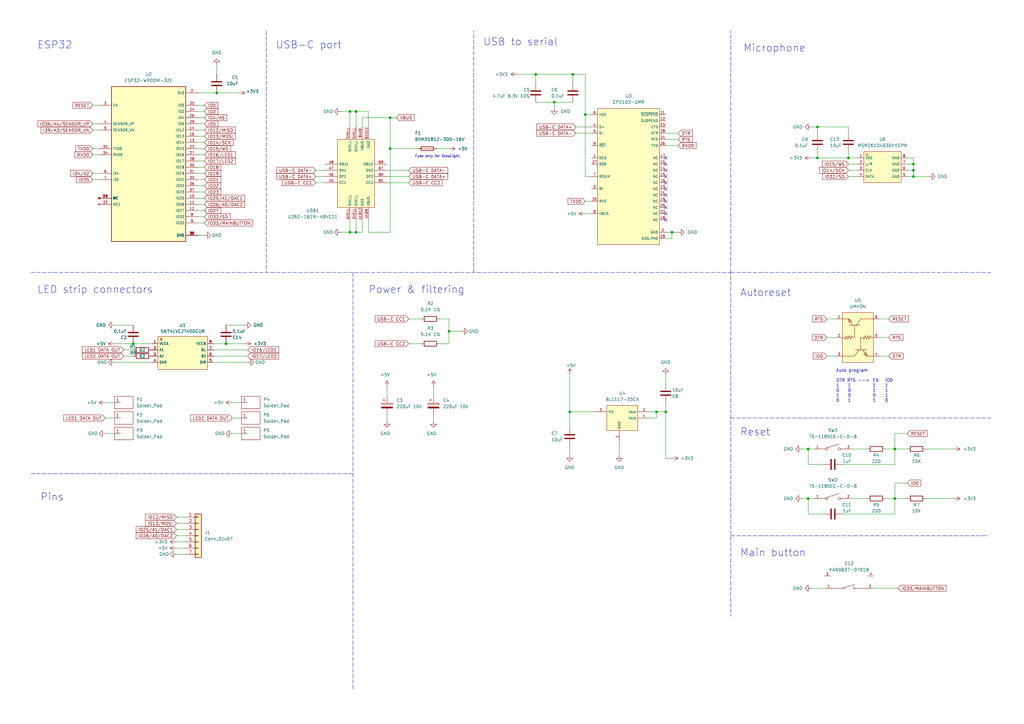
<source format=kicad_sch>
(kicad_sch (version 20211123) (generator eeschema)
  (paper "A3")
  (junction (at 273.05 168.91))
  (junction (at 374.65 69.85))
  (junction (at 143.51 45.72))
  (junction (at 335.28 52.07))
  (junction (at 234.95 30.48))
  (junction (at 331.47 204.47))
  (junction (at 240.03 46.99))
  (junction (at 146.05 95.25))
  (junction (at 269.24 168.91))
  (junction (at 92.71 140.97))
  (junction (at 335.28 64.77))
  (junction (at 88.9 38.1))
  (junction (at 184.15 135.89))
  (junction (at 374.65 72.39))
  (junction (at 219.71 30.48))
  (junction (at 347.98 64.77))
  (junction (at 367.03 204.47))
  (junction (at 143.51 95.25))
  (junction (at 367.03 184.15))
  (junction (at 275.59 95.25))
  (junction (at 54.61 140.97))
  (junction (at 160.02 48.26))
  (junction (at 160.02 60.96))
  (junction (at 374.65 67.31))
  (junction (at 233.68 168.91))
  (junction (at 331.47 184.15))
  (junction (at 146.05 45.72))
  (junction (at 227.33 41.91))
  (no_connect (at 273.05 87.63))
  (no_connect (at 273.05 67.31))
  (no_connect (at 273.05 85.09))
  (no_connect (at 273.05 82.55))
  (no_connect (at 273.05 80.01))
  (no_connect (at 273.05 77.47))
  (no_connect (at 273.05 90.17))
  (no_connect (at 273.05 64.77))
  (no_connect (at 273.05 69.85))
  (no_connect (at 273.05 72.39))
  (no_connect (at 273.05 74.93))
  (wire (pts (xy 355.6 184.15) (xy 349.25 184.15)))
  (wire (pts (xy 331.47 210.82) (xy 331.47 204.47)))
  (wire (pts (xy 184.15 135.89) (xy 189.23 135.89)))
  (wire (pts (xy 374.65 64.77) (xy 374.65 67.31)))
  (wire (pts (xy 72.39 224.79) (xy 76.2 224.79)))
  (wire (pts (xy 54.61 140.97) (xy 62.23 140.97)))
  (wire (pts (xy 273.05 97.79) (xy 275.59 97.79)))
  (wire (pts (xy 167.64 140.97) (xy 172.72 140.97)))
  (wire (pts (xy 43.18 171.45) (xy 46.99 171.45)))
  (wire (pts (xy 177.8 170.18) (xy 177.8 172.72)))
  (wire (pts (xy 367.03 184.15) (xy 367.03 177.8)))
  (wire (pts (xy 358.14 241.3) (xy 368.3 241.3)))
  (wire (pts (xy 372.11 184.15) (xy 367.03 184.15)))
  (wire (pts (xy 83.82 48.26) (xy 81.28 48.26)))
  (wire (pts (xy 88.9 26.67) (xy 88.9 30.48)))
  (wire (pts (xy 367.03 177.8) (xy 372.11 177.8)))
  (wire (pts (xy 83.82 53.34) (xy 81.28 53.34)))
  (wire (pts (xy 148.59 52.07) (xy 148.59 48.26)))
  (wire (pts (xy 151.13 95.25) (xy 160.02 95.25)))
  (wire (pts (xy 331.47 204.47) (xy 334.01 204.47)))
  (wire (pts (xy 328.93 184.15) (xy 331.47 184.15)))
  (wire (pts (xy 148.59 95.25) (xy 146.05 95.25)))
  (wire (pts (xy 367.03 204.47) (xy 367.03 210.82)))
  (wire (pts (xy 266.7 171.45) (xy 269.24 171.45)))
  (wire (pts (xy 275.59 97.79) (xy 275.59 95.25)))
  (wire (pts (xy 367.03 190.5) (xy 345.44 190.5)))
  (wire (pts (xy 179.07 60.96) (xy 184.15 60.96)))
  (wire (pts (xy 273.05 168.91) (xy 273.05 165.1)))
  (polyline (pts (xy 144.78 111.76) (xy 144.78 283.21)))
  (polyline (pts (xy 194.31 111.76) (xy 194.31 12.7)))
  (wire (pts (xy 133.35 74.93) (xy 129.54 74.93)))
  (wire (pts (xy 180.34 140.97) (xy 184.15 140.97)))
  (wire (pts (xy 347.98 72.39) (xy 351.79 72.39)))
  (wire (pts (xy 335.28 64.77) (xy 332.74 64.77)))
  (wire (pts (xy 38.1 73.66) (xy 40.64 73.66)))
  (wire (pts (xy 83.82 63.5) (xy 81.28 63.5)))
  (wire (pts (xy 331.47 184.15) (xy 334.01 184.15)))
  (wire (pts (xy 339.09 130.81) (xy 342.9 130.81)))
  (wire (pts (xy 43.18 177.8) (xy 46.99 177.8)))
  (wire (pts (xy 160.02 48.26) (xy 160.02 60.96)))
  (wire (pts (xy 72.39 214.63) (xy 76.2 214.63)))
  (wire (pts (xy 160.02 60.96) (xy 160.02 95.25)))
  (wire (pts (xy 339.09 138.43) (xy 342.9 138.43)))
  (wire (pts (xy 367.03 210.82) (xy 345.44 210.82)))
  (wire (pts (xy 38.1 63.5) (xy 40.64 63.5)))
  (wire (pts (xy 273.05 95.25) (xy 275.59 95.25)))
  (wire (pts (xy 360.68 138.43) (xy 364.49 138.43)))
  (wire (pts (xy 266.7 168.91) (xy 269.24 168.91)))
  (wire (pts (xy 367.03 198.12) (xy 372.11 198.12)))
  (wire (pts (xy 146.05 90.17) (xy 146.05 95.25)))
  (wire (pts (xy 240.03 82.55) (xy 242.57 82.55)))
  (wire (pts (xy 240.03 87.63) (xy 242.57 87.63)))
  (wire (pts (xy 83.82 86.36) (xy 81.28 86.36)))
  (wire (pts (xy 328.93 204.47) (xy 331.47 204.47)))
  (wire (pts (xy 171.45 60.96) (xy 160.02 60.96)))
  (wire (pts (xy 81.28 38.1) (xy 88.9 38.1)))
  (polyline (pts (xy 109.22 12.7) (xy 109.22 111.76)))
  (wire (pts (xy 46.99 148.59) (xy 62.23 148.59)))
  (wire (pts (xy 83.82 66.04) (xy 81.28 66.04)))
  (wire (pts (xy 374.65 69.85) (xy 374.65 72.39)))
  (wire (pts (xy 367.03 204.47) (xy 367.03 198.12)))
  (wire (pts (xy 72.39 219.71) (xy 76.2 219.71)))
  (wire (pts (xy 347.98 64.77) (xy 351.79 64.77)))
  (wire (pts (xy 240.03 46.99) (xy 242.57 46.99)))
  (wire (pts (xy 43.18 165.1) (xy 46.99 165.1)))
  (wire (pts (xy 83.82 43.18) (xy 81.28 43.18)))
  (wire (pts (xy 212.09 30.48) (xy 219.71 30.48)))
  (wire (pts (xy 233.68 153.67) (xy 233.68 168.91)))
  (wire (pts (xy 87.63 148.59) (xy 101.6 148.59)))
  (wire (pts (xy 219.71 41.91) (xy 227.33 41.91)))
  (wire (pts (xy 372.11 69.85) (xy 374.65 69.85)))
  (wire (pts (xy 83.82 68.58) (xy 81.28 68.58)))
  (polyline (pts (xy 299.72 111.76) (xy 299.72 12.7)))
  (wire (pts (xy 337.82 210.82) (xy 331.47 210.82)))
  (wire (pts (xy 335.28 62.23) (xy 335.28 64.77)))
  (wire (pts (xy 158.75 74.93) (xy 167.64 74.93)))
  (wire (pts (xy 72.39 217.17) (xy 76.2 217.17)))
  (wire (pts (xy 151.13 90.17) (xy 151.13 95.25)))
  (wire (pts (xy 158.75 69.85) (xy 167.64 69.85)))
  (wire (pts (xy 148.59 90.17) (xy 148.59 95.25)))
  (wire (pts (xy 151.13 45.72) (xy 146.05 45.72)))
  (wire (pts (xy 95.25 171.45) (xy 99.06 171.45)))
  (wire (pts (xy 337.82 190.5) (xy 331.47 190.5)))
  (wire (pts (xy 88.9 38.1) (xy 97.79 38.1)))
  (wire (pts (xy 38.1 60.96) (xy 40.64 60.96)))
  (wire (pts (xy 143.51 45.72) (xy 143.51 52.07)))
  (wire (pts (xy 379.73 184.15) (xy 391.16 184.15)))
  (wire (pts (xy 360.68 130.81) (xy 364.49 130.81)))
  (wire (pts (xy 240.03 30.48) (xy 240.03 46.99)))
  (wire (pts (xy 139.7 45.72) (xy 143.51 45.72)))
  (wire (pts (xy 227.33 41.91) (xy 227.33 44.45)))
  (wire (pts (xy 273.05 168.91) (xy 273.05 187.96)))
  (wire (pts (xy 234.95 30.48) (xy 234.95 34.29)))
  (wire (pts (xy 83.82 83.82) (xy 81.28 83.82)))
  (wire (pts (xy 339.09 146.05) (xy 342.9 146.05)))
  (wire (pts (xy 72.39 227.33) (xy 76.2 227.33)))
  (wire (pts (xy 83.82 71.12) (xy 81.28 71.12)))
  (wire (pts (xy 83.82 81.28) (xy 81.28 81.28)))
  (wire (pts (xy 38.1 53.34) (xy 40.64 53.34)))
  (wire (pts (xy 92.71 133.35) (xy 100.33 133.35)))
  (polyline (pts (xy 12.7 111.76) (xy 299.72 111.76)))
  (wire (pts (xy 177.8 158.75) (xy 177.8 162.56)))
  (wire (pts (xy 167.64 130.81) (xy 172.72 130.81)))
  (wire (pts (xy 236.22 52.07) (xy 242.57 52.07)))
  (wire (pts (xy 331.47 190.5) (xy 331.47 184.15)))
  (wire (pts (xy 129.54 72.39) (xy 133.35 72.39)))
  (wire (pts (xy 233.68 182.88) (xy 233.68 186.69)))
  (wire (pts (xy 143.51 90.17) (xy 143.51 95.25)))
  (wire (pts (xy 50.8 143.51) (xy 54.61 143.51)))
  (wire (pts (xy 87.63 143.51) (xy 101.6 143.51)))
  (wire (pts (xy 332.74 241.3) (xy 338.582 241.3)))
  (wire (pts (xy 335.28 64.77) (xy 347.98 64.77)))
  (wire (pts (xy 335.28 52.07) (xy 347.98 52.07)))
  (wire (pts (xy 372.11 67.31) (xy 374.65 67.31)))
  (polyline (pts (xy 12.7 194.31) (xy 144.78 194.31)))
  (wire (pts (xy 227.33 41.91) (xy 234.95 41.91)))
  (wire (pts (xy 372.11 64.77) (xy 374.65 64.77)))
  (wire (pts (xy 275.59 95.25) (xy 278.13 95.25)))
  (wire (pts (xy 363.22 184.15) (xy 367.03 184.15)))
  (wire (pts (xy 38.1 50.8) (xy 40.64 50.8)))
  (wire (pts (xy 269.24 168.91) (xy 273.05 168.91)))
  (wire (pts (xy 233.68 168.91) (xy 243.84 168.91)))
  (wire (pts (xy 374.65 72.39) (xy 381 72.39)))
  (wire (pts (xy 151.13 52.07) (xy 151.13 45.72)))
  (wire (pts (xy 273.05 157.48) (xy 273.05 153.67)))
  (wire (pts (xy 360.68 146.05) (xy 364.49 146.05)))
  (wire (pts (xy 158.75 72.39) (xy 167.64 72.39)))
  (wire (pts (xy 50.8 146.05) (xy 54.61 146.05)))
  (wire (pts (xy 129.54 69.85) (xy 133.35 69.85)))
  (polyline (pts (xy 299.72 111.76) (xy 406.4 111.76)))
  (wire (pts (xy 87.63 146.05) (xy 101.6 146.05)))
  (wire (pts (xy 234.95 30.48) (xy 240.03 30.48)))
  (wire (pts (xy 83.82 60.96) (xy 81.28 60.96)))
  (wire (pts (xy 46.99 140.97) (xy 54.61 140.97)))
  (wire (pts (xy 184.15 135.89) (xy 184.15 140.97)))
  (wire (pts (xy 146.05 52.07) (xy 146.05 45.72)))
  (wire (pts (xy 347.98 54.61) (xy 347.98 52.07)))
  (wire (pts (xy 95.25 165.1) (xy 99.06 165.1)))
  (polyline (pts (xy 299.72 171.45) (xy 406.4 171.45)))
  (wire (pts (xy 180.34 130.81) (xy 184.15 130.81)))
  (polyline (pts (xy 299.72 219.71) (xy 405.13 219.71)))
  (wire (pts (xy 347.98 67.31) (xy 351.79 67.31)))
  (wire (pts (xy 38.1 71.12) (xy 40.64 71.12)))
  (wire (pts (xy 273.05 57.15) (xy 278.13 57.15)))
  (wire (pts (xy 72.39 212.09) (xy 76.2 212.09)))
  (wire (pts (xy 83.82 45.72) (xy 81.28 45.72)))
  (wire (pts (xy 83.82 91.44) (xy 81.28 91.44)))
  (wire (pts (xy 372.11 72.39) (xy 374.65 72.39)))
  (wire (pts (xy 72.39 222.25) (xy 76.2 222.25)))
  (wire (pts (xy 83.82 55.88) (xy 81.28 55.88)))
  (wire (pts (xy 87.63 140.97) (xy 92.71 140.97)))
  (wire (pts (xy 347.98 62.23) (xy 347.98 64.77)))
  (wire (pts (xy 273.05 54.61) (xy 278.13 54.61)))
  (wire (pts (xy 219.71 30.48) (xy 234.95 30.48)))
  (wire (pts (xy 92.71 140.97) (xy 100.33 140.97)))
  (wire (pts (xy 363.22 204.47) (xy 367.03 204.47)))
  (wire (pts (xy 242.57 72.39) (xy 240.03 72.39)))
  (wire (pts (xy 347.98 69.85) (xy 351.79 69.85)))
  (wire (pts (xy 367.03 184.15) (xy 367.03 190.5)))
  (wire (pts (xy 146.05 45.72) (xy 143.51 45.72)))
  (wire (pts (xy 83.82 58.42) (xy 81.28 58.42)))
  (wire (pts (xy 83.82 96.52) (xy 81.28 96.52)))
  (wire (pts (xy 335.28 52.07) (xy 332.74 52.07)))
  (wire (pts (xy 379.73 204.47) (xy 391.16 204.47)))
  (polyline (pts (xy 299.72 187.96) (xy 299.72 252.73)))
  (wire (pts (xy 273.05 59.69) (xy 278.13 59.69)))
  (wire (pts (xy 355.6 204.47) (xy 349.25 204.47)))
  (wire (pts (xy 158.75 158.75) (xy 158.75 162.56)))
  (wire (pts (xy 219.71 30.48) (xy 219.71 34.29)))
  (wire (pts (xy 254 181.61) (xy 254 186.69)))
  (wire (pts (xy 240.03 72.39) (xy 240.03 46.99)))
  (wire (pts (xy 54.61 133.35) (xy 46.99 133.35)))
  (wire (pts (xy 184.15 130.81) (xy 184.15 135.89)))
  (wire (pts (xy 146.05 95.25) (xy 143.51 95.25)))
  (wire (pts (xy 83.82 73.66) (xy 81.28 73.66)))
  (wire (pts (xy 95.25 177.8) (xy 99.06 177.8)))
  (wire (pts (xy 148.59 48.26) (xy 160.02 48.26)))
  (wire (pts (xy 273.05 187.96) (xy 275.59 187.96)))
  (wire (pts (xy 83.82 76.2) (xy 81.28 76.2)))
  (wire (pts (xy 160.02 48.26) (xy 162.56 48.26)))
  (wire (pts (xy 83.82 50.8) (xy 81.28 50.8)))
  (wire (pts (xy 143.51 95.25) (xy 139.7 95.25)))
  (wire (pts (xy 83.82 88.9) (xy 81.28 88.9)))
  (wire (pts (xy 38.1 43.18) (xy 40.64 43.18)))
  (wire (pts (xy 236.22 54.61) (xy 242.57 54.61)))
  (wire (pts (xy 233.68 175.26) (xy 233.68 168.91)))
  (wire (pts (xy 374.65 67.31) (xy 374.65 69.85)))
  (wire (pts (xy 158.75 170.18) (xy 158.75 172.72)))
  (wire (pts (xy 372.11 204.47) (xy 367.03 204.47)))
  (polyline (pts (xy 299.72 187.96) (xy 299.72 111.76)))
  (wire (pts (xy 83.82 78.74) (xy 81.28 78.74)))
  (wire (pts (xy 269.24 171.45) (xy 269.24 168.91)))
  (wire (pts (xy 335.28 54.61) (xy 335.28 52.07)))
  (text "Main button" (at 303.53 228.6 0) (effects (font (size 3 3)) (justify left bottom)))
  (text "Pins" (at 16.51 205.74 0) (effects (font (size 3 3)) (justify left bottom)))
  (text "Fuse only for GlowLight." (at 170.18 64.77 0) (effects (font (size 1 1)) (justify left bottom)))
  (text "USB-C port" (at 113.03 20.32 0) (effects (font (size 3 3)) (justify left bottom)))
  (text "Autoreset" (at 303.53 121.92 0) (effects (font (size 3 3)) (justify left bottom)))
  (text "Power & filtering" (at 151.13 120.65 0) (effects (font (size 3 3)) (justify left bottom)))
  (text "Microphone" (at 304.8 21.59 0) (effects (font (size 3 3)) (justify left bottom)))
  (text "USB to serial" (at 198.12 19.05 0) (effects (font (size 3 3)) (justify left bottom)))
  (text "Auto program\n\nDTR RTS -->	EN 	IO0\n1	1		1	1\n0	0		1	1\n1	0		0	1\n0	1		1	0" (at 342.9 165.1 0) (effects (font (size 1.27 1.27)) (justify left bottom)))
  (text "Reset" (at 303.53 179.07 0) (effects (font (size 3 3)) (justify left bottom)))
  (text "LED strip connectors" (at 15.24 120.6499 0) (effects (font (size 3 3)) (justify left bottom)))
  (text "ESP32" (at 15.24 20.32 0) (effects (font (size 3 3)) (justify left bottom)))
  (global_label "IO26{slash}A0{slash}DAC2" (shape input) (at 72.39 219.71 180) (property "Intersheet References" "${INTERSHEET_REFS}" (effects hide)))
  (global_label "IO0" (shape input) (at 339.09 146.05 180) (property "Intersheet References" "${INTERSHEET_REFS}" (effects hide)))
  (global_label "USB-C DATA+" (shape input) (at 236.22 52.07 180) (property "Intersheet References" "${INTERSHEET_REFS}" (effects hide)))
  (global_label "USB-C DATA-" (shape input) (at 236.22 54.61 180) (property "Intersheet References" "${INTERSHEET_REFS}" (effects hide)))
  (global_label "IO15{slash}WS" (shape input) (at 347.98 67.31 180) (property "Intersheet References" "${INTERSHEET_REFS}" (effects hide)))
  (global_label "IO13{slash}MOSI" (shape input) (at 72.39 214.63 180) (property "Intersheet References" "${INTERSHEET_REFS}" (effects hide)))
  (global_label "USB-C CC1" (shape input) (at 167.64 130.81 180) (property "Intersheet References" "${INTERSHEET_REFS}" (effects hide)))
  (global_label "IO21" (shape input) (at 83.82 73.66 0) (property "Intersheet References" "${INTERSHEET_REFS}" (effects hide)))
  (global_label "IO25{slash}A1{slash}DAC1" (shape input) (at 83.82 81.28 0) (property "Intersheet References" "${INTERSHEET_REFS}" (effects hide)))
  (global_label "RESET" (shape input) (at 38.1 43.18 180) (property "Intersheet References" "${INTERSHEET_REFS}" (effects hide)))
  (global_label "LED1 DATA OUT" (shape input) (at 43.18 171.45 180) (property "Intersheet References" "${INTERSHEET_REFS}" (effects hide)))
  (global_label "IO23" (shape input) (at 83.82 78.74 0) (property "Intersheet References" "${INTERSHEET_REFS}" (effects hide)))
  (global_label "IO12{slash}MISO" (shape input) (at 72.39 212.09 180) (property "Intersheet References" "${INTERSHEET_REFS}" (effects hide)))
  (global_label "IO14{slash}SCK" (shape input) (at 83.82 58.42 0) (property "Intersheet References" "${INTERSHEET_REFS}" (effects hide)))
  (global_label "IO16{slash}LED1" (shape input) (at 83.82 63.5 0) (property "Intersheet References" "${INTERSHEET_REFS}" (effects hide)))
  (global_label "I39{slash}A3{slash}SENSOR_VN" (shape input) (at 38.1 53.34 180) (property "Intersheet References" "${INTERSHEET_REFS}" (effects hide)))
  (global_label "IO14{slash}SCK" (shape input) (at 347.98 69.85 180) (property "Intersheet References" "${INTERSHEET_REFS}" (effects hide)))
  (global_label "TXD0" (shape input) (at 240.03 82.55 180) (property "Intersheet References" "${INTERSHEET_REFS}" (effects hide)))
  (global_label "IO13{slash}MOSI" (shape input) (at 83.82 55.88 0) (property "Intersheet References" "${INTERSHEET_REFS}" (effects hide)))
  (global_label "IO5" (shape input) (at 83.82 50.8 0) (property "Intersheet References" "${INTERSHEET_REFS}" (effects hide)))
  (global_label "DTR" (shape input) (at 278.13 54.61 0) (property "Intersheet References" "${INTERSHEET_REFS}" (effects hide)))
  (global_label "USB-C DATA+" (shape input) (at 129.54 72.39 180) (property "Intersheet References" "${INTERSHEET_REFS}" (effects hide)))
  (global_label "IO33{slash}MAINBUTTON" (shape input) (at 368.3 241.3 0) (property "Intersheet References" "${INTERSHEET_REFS}" (effects hide)))
  (global_label "RXD0" (shape input) (at 38.1 63.5 180) (property "Intersheet References" "${INTERSHEET_REFS}" (effects hide)))
  (global_label "IO33{slash}MAINBUTTON" (shape input) (at 83.82 91.44 0) (property "Intersheet References" "${INTERSHEET_REFS}" (effects hide)))
  (global_label "USB-C CC1" (shape input) (at 129.54 74.93 180) (property "Intersheet References" "${INTERSHEET_REFS}" (effects hide)))
  (global_label "USB-C CC2" (shape input) (at 167.64 140.97 180) (property "Intersheet References" "${INTERSHEET_REFS}" (effects hide)))
  (global_label "IO0" (shape input) (at 372.11 198.12 0) (property "Intersheet References" "${INTERSHEET_REFS}" (effects hide)))
  (global_label "RESET" (shape input) (at 372.11 177.8 0) (property "Intersheet References" "${INTERSHEET_REFS}" (effects hide)))
  (global_label "TXD0" (shape input) (at 38.1 60.96 180) (property "Intersheet References" "${INTERSHEET_REFS}" (effects hide)))
  (global_label "RTS" (shape input) (at 278.13 57.15 0) (property "Intersheet References" "${INTERSHEET_REFS}" (effects hide)))
  (global_label "LED2 DATA OUT" (shape input) (at 95.25 171.45 180) (property "Intersheet References" "${INTERSHEET_REFS}" (effects hide)))
  (global_label "IO35" (shape input) (at 38.1 73.66 180) (property "Intersheet References" "${INTERSHEET_REFS}" (effects hide)))
  (global_label "RTS" (shape input) (at 339.09 130.81 180) (property "Intersheet References" "${INTERSHEET_REFS}" (effects hide)))
  (global_label "DTR" (shape input) (at 364.49 146.05 0) (property "Intersheet References" "${INTERSHEET_REFS}" (effects hide)))
  (global_label "IO36{slash}A4{slash}SENSOR_VP" (shape input) (at 38.1 50.8 180) (property "Intersheet References" "${INTERSHEET_REFS}" (effects hide)))
  (global_label "IO12{slash}MISO" (shape input) (at 83.82 53.34 0) (property "Intersheet References" "${INTERSHEET_REFS}" (effects hide)))
  (global_label "IO19" (shape input) (at 83.82 71.12 0) (property "Intersheet References" "${INTERSHEET_REFS}" (effects hide)))
  (global_label "USB-C CC2" (shape input) (at 167.64 74.93 0) (property "Intersheet References" "${INTERSHEET_REFS}" (effects hide)))
  (global_label "USB-C DATA-" (shape input) (at 167.64 69.85 0) (property "Intersheet References" "${INTERSHEET_REFS}" (effects hide)))
  (global_label "RXD0" (shape input) (at 278.13 59.69 0) (property "Intersheet References" "${INTERSHEET_REFS}" (effects hide)))
  (global_label "IO17{slash}LED2" (shape input) (at 83.82 66.04 0) (property "Intersheet References" "${INTERSHEET_REFS}" (effects hide)))
  (global_label "RTS" (shape input) (at 364.49 138.43 0) (property "Intersheet References" "${INTERSHEET_REFS}" (effects hide)))
  (global_label "IO26{slash}A0{slash}DAC2" (shape input) (at 83.82 83.82 0) (property "Intersheet References" "${INTERSHEET_REFS}" (effects hide)))
  (global_label "IO25{slash}A1{slash}DAC1" (shape input) (at 72.39 217.17 180) (property "Intersheet References" "${INTERSHEET_REFS}" (effects hide)))
  (global_label "IO2" (shape input) (at 83.82 45.72 0) (property "Intersheet References" "${INTERSHEET_REFS}" (effects hide)))
  (global_label "IO4{slash}A5" (shape input) (at 83.82 48.26 0) (property "Intersheet References" "${INTERSHEET_REFS}" (effects hide)))
  (global_label "IO17{slash}LED2" (shape input) (at 101.6 146.05 0) (property "Intersheet References" "${INTERSHEET_REFS}" (effects hide)))
  (global_label "LED2 DATA OUT" (shape input) (at 50.8 146.05 180) (property "Intersheet References" "${INTERSHEET_REFS}" (effects hide)))
  (global_label "USB-C DATA+" (shape input) (at 167.64 72.39 0) (property "Intersheet References" "${INTERSHEET_REFS}" (effects hide)))
  (global_label "IO27" (shape input) (at 83.82 86.36 0) (property "Intersheet References" "${INTERSHEET_REFS}" (effects hide)))
  (global_label "I34{slash}A2" (shape input) (at 38.1 71.12 180) (property "Intersheet References" "${INTERSHEET_REFS}" (effects hide)))
  (global_label "IO32{slash}SD" (shape input) (at 83.82 88.9 0) (property "Intersheet References" "${INTERSHEET_REFS}" (effects hide)))
  (global_label "IO0" (shape input) (at 83.82 43.18 0) (property "Intersheet References" "${INTERSHEET_REFS}" (effects hide)))
  (global_label "USB-C DATA-" (shape input) (at 129.54 69.85 180) (property "Intersheet References" "${INTERSHEET_REFS}" (effects hide)))
  (global_label "RESET" (shape input) (at 364.49 130.81 0) (property "Intersheet References" "${INTERSHEET_REFS}" (effects hide)))
  (global_label "LED1 DATA OUT" (shape input) (at 50.8 143.51 180) (property "Intersheet References" "${INTERSHEET_REFS}" (effects hide)))
  (global_label "VBUS" (shape input) (at 162.56 48.26 0) (property "Intersheet References" "${INTERSHEET_REFS}" (effects hide)))
  (global_label "IO16{slash}LED1" (shape input) (at 101.6 143.51 0) (property "Intersheet References" "${INTERSHEET_REFS}" (effects hide)))
  (global_label "IO15{slash}WS" (shape input) (at 83.82 60.96 0) (property "Intersheet References" "${INTERSHEET_REFS}" (effects hide)))
  (global_label "IO22" (shape input) (at 83.82 76.2 0) (property "Intersheet References" "${INTERSHEET_REFS}" (effects hide)))
  (global_label "DTR" (shape input) (at 339.09 138.43 180) (property "Intersheet References" "${INTERSHEET_REFS}" (effects hide)))
  (global_label "IO18" (shape input) (at 83.82 68.58 0) (property "Intersheet References" "${INTERSHEET_REFS}" (effects hide)))
  (global_label "IO32{slash}SD" (shape input) (at 347.98 72.39 180) (property "Intersheet References" "${INTERSHEET_REFS}" (effects hide)))
  (symbol (lib_id "Device:10uF 0603") (at 341.63 210.82 270) (unit 1)
    (property "Reference" "C11" (at 349.25 207.01 90) (effects (justify right)))
    (property "Value" "1uF" (at 349.25 209.55 90) (effects (justify right)))
    (property "Footprint" "Capacitor_SMD:C_0603_1608Metric_Pad1.08x0.95mm_HandSolder" (effects hide))
    (property "LCSC Part #" "C15849" (effects hide))
  )
  (symbol (lib_id "Device:C") (at 54.61 137.16 180) (unit 1)
    (property "Reference" "C2" (at 52.07 138.43 0) (effects (justify left)))
    (property "Value" "0.1uF" (at 52.07 135.89 0) (effects (justify left)))
    (property "Footprint" "Capacitor_SMD:C_0603_1608Metric_Pad1.08x0.95mm_HandSolder" (effects hide))
    (property "LCSC #" "C14663" (effects hide))
  )
  (symbol (lib_id "Device:C") (at 219.71 38.1 180) (unit 1)
    (property "Reference" "C5" (at 214.63 36.83 0) (effects (justify right)))
    (property "Value" "4.7uF 6.3V 10%" (at 201.93 39.37 0) (effects (justify right)))
    (property "Footprint" "Capacitor_SMD:C_0603_1608Metric_Pad1.08x0.95mm_HandSolder" (effects hide))
    (property "LCSC #" "C19666" (effects hide))
  )
  (symbol (lib_id "power:GND") (at 332.74 52.07 270) (mirror x) (unit 1)
    (property "Reference" "#PWR0127" (effects hide))
    (property "Value" "GND" (at 325.12 52.07 90) (effects (justify left)))
  )
  (symbol (lib_id "Device:10uF 0603") (at 233.68 179.07 180) (unit 1)
    (property "Reference" "C7" (at 226.06 177.8 0) (effects (justify right)))
    (property "Value" "10uF" (at 226.06 180.34 0) (effects (justify right)))
    (property "Footprint" "Capacitor_SMD:C_0603_1608Metric_Pad1.08x0.95mm_HandSolder" (effects hide))
    (property "LCSC Part #" "C19702" (effects hide))
  )
  (symbol (lib_id "power:+5V") (at 95.25 165.1 90) (unit 1)
    (property "Reference" "#PWR0139" (effects hide))
    (property "Value" "+5V" (at 87.63 165.1 90) (effects (justify right)))
  )
  (symbol (lib_id "Device:10uF 0603") (at 273.05 161.29 0) (mirror y) (unit 1)
    (property "Reference" "C8" (at 275.59 162.56 0) (effects (justify right)))
    (property "Value" "10uF" (at 275.59 160.02 0) (effects (justify right)))
    (property "Footprint" "Capacitor_SMD:C_0603_1608Metric_Pad1.08x0.95mm_HandSolder" (effects hide))
    (property "LCSC Part #" "C19702" (effects hide))
  )
  (symbol (lib_id "Device:5.1K 1% 0603") (at 176.53 140.97 270) (unit 1)
    (property "Reference" "R3" (at 176.53 134.62 90))
    (property "Value" "5.1K 1%" (at 176.53 137.16 90))
    (property "Footprint" "Resistor_SMD:R_0603_1608Metric_Pad0.98x0.95mm_HandSolder" (effects hide))
    (property "LCSC Part #" "C23186" (effects hide))
  )
  (symbol (lib_id "MyParts:CP2102-GMR") (at 257.81 69.85 0) (unit 1)
    (property "Reference" "U3" (at 257.81 39.37 0))
    (property "Value" "CP2102-GMR" (at 257.81 41.91 0))
    (property "Footprint" "footprint:QFN-28_L5.0-W5.0-P0.50-BL-EP" (effects hide))
    (property "Datasheet" "https://item.szlcsc.com/2242757.html" (effects hide))
    (property "LCSC #" "C6568" (effects hide))
  )
  (symbol (lib_id "power:+5V") (at 158.75 158.75 0) (unit 1)
    (property "Reference" "#PWR0107" (effects hide))
    (property "Value" "+5V" (at 160.02 153.67 0) (effects (justify right)))
  )
  (symbol (lib_id "Device:0.1uF 0603") (at 347.98 58.42 0) (mirror y) (unit 1)
    (property "Reference" "C13" (at 340.36 57.15 0) (effects (justify right)))
    (property "Value" "10uF" (at 340.36 59.69 0) (effects (justify right)))
    (property "Footprint" "Capacitor_SMD:C_0603_1608Metric_Pad1.08x0.95mm_HandSolder" (effects hide))
    (property "Datasheet" "https://datasheet.lcsc.com/lcsc/2006111737_AVX-06035C104K4Z2A_C597194.pdf" (effects hide))
    (property "Manufacturer" " AVX" (effects hide))
    (property "LCSC Part #" "C597194" (effects hide))
    (property "Package" "0603" (effects hide))
    (property "Description" "50V 100nF X7R ±10% 0603 Multilayer Ceramic Capacitors MLCC - SMD/SMT ROHS" (effects hide))
    (property "50+" "€0.0171" (effects hide))
    (property "500+" "€0.0141" (effects hide))
    (property "1500+" "€0.0119" (effects hide))
    (property "LCSC link" "https://lcsc.com/product-detail/Multilayer-Ceramic-Capacitors-MLCC-SMD-SMT_AVX-06035C104K4Z2A_C597194.html" (effects hide))
    (property "Mfr. Part #" "06035C104K4Z2A" (effects hide))
  )
  (symbol (lib_id "MyParts:ESP32-WROOM-32E") (at 60.96 64.77 0) (unit 1)
    (property "Reference" "U2" (at 60.96 30.48 0))
    (property "Value" "ESP32-WROOM-32E" (at 60.96 33.02 0))
    (property "Footprint" "footprint:WIFI-SMD_ESP32-WROOM-32E" (effects hide))
    (property "Datasheet" "https://item.szlcsc.com/736350.html?ref=editor&logined=true" (effects hide))
    (property "LCSC #" "C701341" (effects hide))
  )
  (symbol (lib_id "LCSC:Solder_Pad") (at 99.06 171.45 0) (unit 1) (in_bom no)
    (property "Reference" "P6" (at 107.95 170.1799 0) (effects (justify left)))
    (property "Value" "Solder_Pad" (at 107.95 172.7199 0) (effects (justify left)))
    (property "Footprint" "footprint:Solder pad" (effects hide))
  )
  (symbol (lib_id "power:+3.3V") (at 332.74 64.77 90) (mirror x) (unit 1)
    (property "Reference" "#PWR0126" (effects hide))
    (property "Value" "+3.3V" (at 326.39 64.77 90))
  )
  (symbol (lib_id "power:+3.3V") (at 212.09 30.48 90) (unit 1)
    (property "Reference" "#PWR0101" (effects hide))
    (property "Value" "+3.3V" (at 208.28 30.4801 90) (effects (justify left)))
  )
  (symbol (lib_id "MyParts:BL1117-33CX") (at 255.27 160.02 0) (unit 1)
    (property "Reference" "U4" (at 255.27 161.29 0))
    (property "Value" "BL1117-33CX" (at 255.27 163.83 0))
    (property "Footprint" "footprint:SOT-223-4_L6.5-W3.5-P2.30-LS7.0-BR" (effects hide))
    (property "Datasheet" "https://item.szlcsc.com/84517.html" (effects hide))
    (property "LCSC #" "C5400" (effects hide))
  )
  (symbol (lib_id "power:+3.3V") (at 391.16 204.47 270) (unit 1)
    (property "Reference" "#PWR0128" (effects hide))
    (property "Value" "+3.3V" (at 394.97 204.4699 90) (effects (justify left)))
  )
  (symbol (lib_id "power:+3.3V") (at 100.33 140.97 270) (unit 1)
    (property "Reference" "#PWR0115" (effects hide))
    (property "Value" "+3.3V" (at 109.22 140.97 90) (effects (justify right)))
  )
  (symbol (lib_id "power:GND") (at 189.23 135.89 90) (unit 1)
    (property "Reference" "#PWR0105" (effects hide))
    (property "Value" "GND" (at 194.31 135.89 90))
  )
  (symbol (lib_id "Device:10K 0603") (at 359.41 184.15 90) (unit 1)
    (property "Reference" "R4" (at 359.41 186.69 90))
    (property "Value" "220" (at 359.41 189.23 90))
    (property "Footprint" "Resistor_SMD:R_0603_1608Metric_Pad0.98x0.95mm_HandSolder" (effects hide))
    (property "LCSC Part #" "C22962" (effects hide))
  )
  (symbol (lib_id "Device:C") (at 92.71 137.16 0) (mirror x) (unit 1)
    (property "Reference" "C14" (at 95.25 138.43 0) (effects (justify left)))
    (property "Value" "0.1uF" (at 95.25 135.89 0) (effects (justify left)))
    (property "Footprint" "Capacitor_SMD:C_0603_1608Metric_Pad1.08x0.95mm_HandSolder" (effects hide))
    (property "LCSC #" "C14663" (effects hide))
  )
  (symbol (lib_id "power:GND") (at 328.93 204.47 270) (mirror x) (unit 1)
    (property "Reference" "#PWR0132" (effects hide))
    (property "Value" "GND" (at 321.31 204.47 90) (effects (justify left)))
  )
  (symbol (lib_id "Device:R") (at 58.42 143.51 270) (unit 1)
    (property "Reference" "R1" (at 54.61 142.24 90))
    (property "Value" "62" (at 58.42 143.51 90))
    (property "Footprint" "Resistor_SMD:R_0603_1608Metric_Pad0.98x0.95mm_HandSolder" (effects hide))
    (property "LCSC #" "C177352" (effects hide))
  )
  (symbol (lib_id "Device:10uF 0603") (at 88.9 34.29 0) (unit 1)
    (property "Reference" "C1" (at 97.79 31.75 0) (effects (justify right)))
    (property "Value" "10uF" (at 97.79 34.29 0) (effects (justify right)))
    (property "Footprint" "Capacitor_SMD:C_0603_1608Metric_Pad1.08x0.95mm_HandSolder" (effects hide))
    (property "LCSC Part #" "C19702" (effects hide))
  )
  (symbol (lib_name "MSM261D4030H1CPM_1") (lib_id "MyParts:MSM261D4030H1CPM") (at 361.95 55.88 0) (unit 1)
    (property "Reference" "U6" (at 361.95 57.15 0))
    (property "Value" "MSM261D4030H1CPM" (at 361.95 59.69 0))
    (property "Footprint" "footprint:MIC-SMD_8P-L3.0-W4.0-P0.85-BL" (effects hide))
    (property "Datasheet" "https://atta.szlcsc.com/upload/public/pdf/source/20200507/C498193_601A241680C737E3284FC323631F83F4.pdf" (effects hide))
    (property "LCSC #" "C966942" (effects hide))
  )
  (symbol (lib_id "power:GND") (at 381 72.39 90) (mirror x) (unit 1)
    (property "Reference" "#PWR0123" (effects hide))
    (property "Value" "GND" (at 388.62 72.39 90) (effects (justify left)))
  )
  (symbol (lib_id "power:GND") (at 46.99 133.35 270) (mirror x) (unit 1)
    (property "Reference" "#PWR0110" (effects hide))
    (property "Value" "GND" (at 39.37 133.35 90) (effects (justify left)))
  )
  (symbol (lib_id "power:GND") (at 139.7 45.72 270) (unit 1)
    (property "Reference" "#PWR0119" (effects hide))
    (property "Value" "GND" (at 134.62 45.72 90))
  )
  (symbol (lib_id "power:GND") (at 100.33 133.35 90) (unit 1)
    (property "Reference" "#PWR0114" (effects hide))
    (property "Value" "GND" (at 107.95 133.35 90) (effects (justify left)))
  )
  (symbol (lib_id "Device:10K 0603") (at 359.41 204.47 90) (unit 1)
    (property "Reference" "R5" (at 359.41 207.01 90))
    (property "Value" "220" (at 359.41 209.55 90))
    (property "Footprint" "Resistor_SMD:R_0603_1608Metric_Pad0.98x0.95mm_HandSolder" (effects hide))
    (property "LCSC Part #" "C22962" (effects hide))
  )
  (symbol (lib_id "power:GND") (at 46.99 148.59 270) (mirror x) (unit 1)
    (property "Reference" "#PWR0108" (effects hide))
    (property "Value" "GND" (at 41.91 148.59 90))
  )
  (symbol (lib_id "power:GND") (at 227.33 44.45 0) (unit 1)
    (property "Reference" "#PWR0121" (effects hide))
    (property "Value" "GND" (at 229.87 45.7199 0) (effects (justify left)))
  )
  (symbol (lib_id "power:GND") (at 139.7 95.25 270) (unit 1)
    (property "Reference" "#PWR0118" (effects hide))
    (property "Value" "GND" (at 134.62 95.25 90))
  )
  (symbol (lib_id "power:GND") (at 273.05 153.67 0) (mirror x) (unit 1)
    (property "Reference" "#PWR0134" (effects hide))
    (property "Value" "GND" (at 273.05 148.59 0))
  )
  (symbol (lib_name "SN74LVC2T45DCUR_1") (lib_id "MyParts:SN74LVC2T45DCUR") (at 74.93 125.73 0) (unit 1)
    (property "Reference" "U1" (at 74.93 133.35 0))
    (property "Value" "SN74LVC2T45DCUR" (at 74.93 135.89 0))
    (property "Footprint" "footprint:VSSOP-8_L2.4-W2.1-P0.50-LS3.2-BR" (effects hide))
    (property "Datasheet" "https://item.szlcsc.com/61761.html" (effects hide))
    (property "LCSC #" "C15741" (effects hide))
  )
  (symbol (lib_id "Device:10K 0603") (at 375.92 204.47 90) (unit 1)
    (property "Reference" "R7" (at 375.92 207.01 90))
    (property "Value" "10K" (at 375.92 209.55 90))
    (property "Footprint" "Resistor_SMD:R_0603_1608Metric_Pad0.98x0.95mm_HandSolder" (effects hide))
    (property "LCSC Part #" "C25804" (effects hide))
  )
  (symbol (lib_id "Device:R") (at 58.42 146.05 270) (unit 1)
    (property "Reference" "R8" (at 54.61 144.78 90))
    (property "Value" "62" (at 58.42 146.05 90))
    (property "Footprint" "Resistor_SMD:R_0603_1608Metric_Pad0.98x0.95mm_HandSolder" (effects hide))
    (property "LCSC #" "C177352" (effects hide))
  )
  (symbol (lib_id "power:GND") (at 328.93 184.15 270) (mirror x) (unit 1)
    (property "Reference" "#PWR0131" (effects hide))
    (property "Value" "GND" (at 321.31 184.15 90) (effects (justify left)))
  )
  (symbol (lib_id "Device:Fuse") (at 175.26 60.96 90) (unit 1)
    (property "Reference" "F1" (at 171.45 54.61 90))
    (property "Value" "BSMD1812-300-16V" (at 180.34 57.15 90))
    (property "Footprint" "Fuse:Fuse_1812_4532Metric_Pad1.30x3.40mm_HandSolder" (effects hide))
    (property "LCSC #" "C883162" (effects hide))
  )
  (symbol (lib_id "power:+5V") (at 43.18 165.1 90) (unit 1)
    (property "Reference" "#PWR0124" (effects hide))
    (property "Value" "+5V" (at 35.56 165.1 90) (effects (justify right)))
  )
  (symbol (lib_id "power:+3.3V") (at 391.16 184.15 270) (unit 1)
    (property "Reference" "#PWR0129" (effects hide))
    (property "Value" "+3.3V" (at 394.97 184.1499 90) (effects (justify left)))
  )
  (symbol (lib_id "power:+3.3V") (at 97.79 38.1 270) (unit 1)
    (property "Reference" "#PWR0116" (effects hide))
    (property "Value" "+3.3V" (at 103.505 37.465 90))
  )
  (symbol (lib_id "MyParts:UMH3N") (at 351.79 137.16 0) (unit 1)
    (property "Reference" "U5" (at 351.79 123.19 0))
    (property "Value" "UMH3N" (at 351.79 125.73 0))
    (property "Footprint" "footprint:SC-70-6_L2.2-W1.3-P0.65-LS2.1-BR" (effects hide))
    (property "Datasheet" "https://item.szlcsc.com/112963.html" (effects hide))
    (property "LCSC #" "C62892" (effects hide))
  )
  (symbol (lib_id "Device:0.1uF_0603") (at 234.95 38.1 0) (unit 1)
    (property "Reference" "C6" (at 226.06 36.83 0) (effects (justify left)))
    (property "Value" "0.1uF" (at 226.06 39.37 0) (effects (justify left)))
    (property "Footprint" "Capacitor_SMD:C_0603_1608Metric_Pad1.08x0.95mm_HandSolder" (effects hide))
    (property "LCSC Part #" "C14663" (effects hide))
  )
  (symbol (lib_id "Device:220uF 10V 6.3x5.4mm") (at 158.75 166.37 0) (unit 1)
    (property "Reference" "C3" (at 162.56 164.2109 0) (effects (justify left)))
    (property "Value" "220uF 10V" (at 162.56 166.7509 0) (effects (justify left)))
    (property "Footprint" "Capacitor_SMD:CP_Elec_6.3x5.4" (effects hide))
    (property "LCSC Part #" "C267466" (effects hide))
  )
  (symbol (lib_id "power:+3.3V") (at 275.59 187.96 270) (unit 1)
    (property "Reference" "#PWR0133" (effects hide))
    (property "Value" "+3.3V" (at 284.48 187.96 90) (effects (justify right)))
  )
  (symbol (lib_id "MyParts:TS-1185EC-C-D-B") (at 341.63 184.15 0) (unit 1)
    (property "Reference" "SW1" (at 341.63 176.53 0))
    (property "Value" "TS-1185EC-C-D-B" (at 341.63 179.07 0))
    (property "Footprint" "footprint:SW-SMD_4P-L3.7-W3.0-P1.50-LS4.7" (effects hide))
    (property "Datasheet" "https://item.szlcsc.com/299985.html" (effects hide))
    (property "LCSC #" "C318893" (effects hide))
  )
  (symbol (lib_id "LCSC:Solder_Pad") (at 46.99 177.8 0) (unit 1) (in_bom no)
    (property "Reference" "P3" (at 55.88 176.5299 0) (effects (justify left)))
    (property "Value" "Solder_Pad" (at 55.88 179.0699 0) (effects (justify left)))
    (property "Footprint" "footprint:Solder pad" (effects hide))
  )
  (symbol (lib_id "power:GND") (at 88.9 26.67 180) (unit 1)
    (property "Reference" "#PWR0117" (effects hide))
    (property "Value" "GND" (at 88.9 21.59 0))
  )
  (symbol (lib_id "power:GND") (at 101.6 148.59 90) (mirror x) (unit 1)
    (property "Reference" "#PWR0141" (effects hide))
    (property "Value" "GND" (at 106.68 148.59 90))
  )
  (symbol (lib_id "Device:5.1K 1% 0603") (at 176.53 130.81 270) (unit 1)
    (property "Reference" "R2" (at 176.53 124.46 90))
    (property "Value" "5.1K 1%" (at 176.53 127 90))
    (property "Footprint" "Resistor_SMD:R_0603_1608Metric_Pad0.98x0.95mm_HandSolder" (effects hide))
    (property "LCSC Part #" "C23186" (effects hide))
  )
  (symbol (lib_id "power:+5V") (at 72.39 224.79 90) (unit 1)
    (property "Reference" "#PWR0113" (effects hide))
    (property "Value" "+5V" (at 64.77 224.79 90) (effects (justify right)))
  )
  (symbol (lib_id "power:GND") (at 95.25 177.8 270) (unit 1)
    (property "Reference" "#PWR0140" (effects hide))
    (property "Value" "GND" (at 90.17 177.8 90))
  )
  (symbol (lib_id "power:GND") (at 254 186.69 0) (unit 1)
    (property "Reference" "#PWR0135" (effects hide))
    (property "Value" "GND" (at 254 191.77 0))
  )
  (symbol (lib_id "Device:0.1uF 0603") (at 335.28 58.42 0) (mirror y) (unit 1)
    (property "Reference" "C9" (at 331.47 57.1499 0) (effects (justify left)))
    (property "Value" "0.1uF" (at 331.47 59.6899 0) (effects (justify left)))
    (property "Footprint" "Capacitor_SMD:C_0603_1608Metric_Pad1.08x0.95mm_HandSolder" (effects hide))
    (property "Datasheet" "https://datasheet.lcsc.com/lcsc/2006111737_AVX-06035C104K4Z2A_C597194.pdf" (effects hide))
    (property "Manufacturer" " AVX" (effects hide))
    (property "LCSC Part #" "C597194" (effects hide))
    (property "Package" "0603" (effects hide))
    (property "Description" "50V 100nF X7R ±10% 0603 Multilayer Ceramic Capacitors MLCC - SMD/SMT ROHS" (effects hide))
    (property "50+" "€0.0171" (effects hide))
    (property "500+" "€0.0141" (effects hide))
    (property "1500+" "€0.0119" (effects hide))
    (property "LCSC link" "https://lcsc.com/product-detail/Multilayer-Ceramic-Capacitors-MLCC-SMD-SMT_AVX-06035C104K4Z2A_C597194.html" (effects hide))
    (property "Mfr. Part #" "06035C104K4Z2A" (effects hide))
  )
  (symbol (lib_id "power:+3.3V") (at 72.39 222.25 90) (unit 1)
    (property "Reference" "#PWR0112" (effects hide))
    (property "Value" "+3.3V" (at 66.04 222.25 90))
  )
  (symbol (lib_id "Device:220uF 10V 6.3x5.4mm") (at 177.8 166.37 0) (unit 1)
    (property "Reference" "C4" (at 181.61 164.2109 0) (effects (justify left)))
    (property "Value" "220uF 10V" (at 181.61 166.7509 0) (effects (justify left)))
    (property "Footprint" "Capacitor_SMD:CP_Elec_6.3x5.4" (effects hide))
    (property "LCSC Part #" "C267466" (effects hide))
  )
  (symbol (lib_id "power:GND") (at 233.68 186.69 0) (unit 1)
    (property "Reference" "#PWR0136" (effects hide))
    (property "Value" "GND" (at 233.68 191.77 0))
  )
  (symbol (lib_id "Device:10uF 0603") (at 341.63 190.5 270) (unit 1)
    (property "Reference" "C10" (at 349.25 186.69 90) (effects (justify right)))
    (property "Value" "1uF" (at 349.25 189.23 90) (effects (justify right)))
    (property "Footprint" "Capacitor_SMD:C_0603_1608Metric_Pad1.08x0.95mm_HandSolder" (effects hide))
    (property "Datasheet" "https://datasheet.lcsc.com/lcsc/2010151208_SANYEAR-C0603X5R106K250NT_C729457.pdf" (effects hide))
    (property "LCSC Part #" "C15849" (effects hide))
  )
  (symbol (lib_id "LCSC:Solder_Pad") (at 99.06 165.1 0) (unit 1) (in_bom no)
    (property "Reference" "P4" (at 107.95 163.8299 0) (effects (justify left)))
    (property "Value" "Solder_Pad" (at 107.95 166.3699 0) (effects (justify left)))
    (property "Footprint" "footprint:Solder pad" (effects hide))
  )
  (symbol (lib_id "power:GND") (at 83.82 96.52 90) (unit 1)
    (property "Reference" "#PWR0120" (effects hide))
    (property "Value" "GND" (at 88.9 96.52 90))
  )
  (symbol (lib_id "power:+5V") (at 177.8 158.75 0) (unit 1)
    (property "Reference" "#PWR0103" (effects hide))
    (property "Value" "+5V" (at 179.07 153.67 0) (effects (justify right)))
  )
  (symbol (lib_id "power:GND") (at 72.39 227.33 270) (unit 1)
    (property "Reference" "#PWR0111" (effects hide))
    (property "Value" "GND" (at 67.31 227.33 90))
  )
  (symbol (lib_id "LCSC:Solder_Pad") (at 99.06 177.8 0) (unit 1) (in_bom no)
    (property "Reference" "P5" (at 107.95 176.5299 0) (effects (justify left)))
    (property "Value" "Solder_Pad" (at 107.95 179.0699 0) (effects (justify left)))
    (property "Footprint" "footprint:Solder pad" (effects hide))
  )
  (symbol (lib_id "power:GND") (at 177.8 172.72 0) (mirror y) (unit 1)
    (property "Reference" "#PWR0104" (effects hide))
    (property "Value" "GND" (at 179.07 177.8 0) (effects (justify left)))
  )
  (symbol (lib_id "power:GND") (at 43.18 177.8 270) (unit 1)
    (property "Reference" "#PWR0125" (effects hide))
    (property "Value" "GND" (at 38.1 177.8 90))
  )
  (symbol (lib_id "power:+5V") (at 240.03 87.63 90) (unit 1)
    (property "Reference" "#PWR0138" (effects hide))
    (property "Value" "+5V" (at 232.41 87.63 90) (effects (justify right)))
  )
  (symbol (lib_id "power:+5V") (at 233.68 153.67 0) (unit 1)
    (property "Reference" "#PWR0137" (effects hide))
    (property "Value" "+5V" (at 236.22 149.86 0) (effects (justify right)))
  )
  (symbol (lib_id "LCSC:KAN0637-0701B") (at 348.234 228.6 0) (unit 1)
    (property "Reference" "C12" (at 348.234 231.14 0))
    (property "Value" "KAN0637-0701B" (at 348.234 233.68 0))
    (property "Footprint" "footprint:SW-TH_KAN0637-0701B" (effects hide))
    (property "Datasheet" "https://item.szlcsc.com/231494.html" (effects hide))
    (property "LCSC #" "C231668" (effects hide))
  )
  (symbol (lib_id "Device:10K 0603") (at 375.92 184.15 90) (unit 1)
    (property "Reference" "R6" (at 375.92 186.69 90))
    (property "Value" "10K" (at 375.92 189.23 90))
    (property "Footprint" "Resistor_SMD:R_0603_1608Metric_Pad0.98x0.95mm_HandSolder" (effects hide))
    (property "LCSC Part #" "C25804" (effects hide))
  )
  (symbol (lib_id "MyParts:U262-161N-4BVC11") (at 146.05 72.39 90) (unit 1)
    (property "Reference" "USB1" (at 128.27 86.36 90))
    (property "Value" "U262-161N-4BVC11" (at 128.27 88.9 90))
    (property "Footprint" "footprint:USB-3.1-SMD_U262-161N-4BVC11" (effects hide))
    (property "Datasheet" "https://item.szlcsc.com/300240.html" (effects hide))
    (property "LCSC #" "C319148" (effects hide))
  )
  (symbol (lib_id "LCSC:Solder_Pad") (at 46.99 165.1 0) (unit 1) (in_bom no)
    (property "Reference" "P1" (at 55.88 163.8299 0) (effects (justify left)))
    (property "Value" "Solder_Pad" (at 55.88 166.3699 0) (effects (justify left)))
    (property "Footprint" "footprint:Solder pad" (effects hide))
  )
  (symbol (lib_id "power:GND") (at 332.74 241.3 270) (mirror x) (unit 1)
    (property "Reference" "#PWR0130" (effects hide))
    (property "Value" "GND" (at 325.12 241.3 90) (effects (justify left)))
  )
  (symbol (lib_id "Connector_Generic:Conn_01x07") (at 81.28 219.71 0) (unit 1) (in_bom no)
    (property "Reference" "J1" (at 83.82 218.4399 0) (effects (justify left)))
    (property "Value" "Conn_01x07" (at 83.82 220.9799 0) (effects (justify left)))
    (property "Footprint" "Connector_PinSocket_2.54mm:PinSocket_1x07_P2.54mm_Vertical" (effects hide))
  )
  (symbol (lib_id "power:+5V") (at 46.99 140.97 90) (mirror x) (unit 1)
    (property "Reference" "#PWR0109" (effects hide))
    (property "Value" "+5V" (at 39.37 140.97 90) (effects (justify right)))
  )
  (symbol (lib_id "LCSC:Solder_Pad") (at 46.99 171.45 0) (unit 1) (in_bom no)
    (property "Reference" "P2" (at 55.88 170.1799 0) (effects (justify left)))
    (property "Value" "Solder_Pad" (at 55.88 172.7199 0) (effects (justify left)))
    (property "Footprint" "footprint:Solder pad" (effects hide))
  )
  (symbol (lib_id "MyParts:TS-1185EC-C-D-B") (at 341.63 204.47 0) (unit 1)
    (property "Reference" "SW2" (at 341.63 196.85 0))
    (property "Value" "TS-1185EC-C-D-B" (at 341.63 199.39 0))
    (property "Footprint" "footprint:SW-SMD_4P-L3.7-W3.0-P1.50-LS4.7" (effects hide))
    (property "Datasheet" "https://item.szlcsc.com/299985.html" (effects hide))
    (property "LCSC #" "C318893" (effects hide))
  )
  (symbol (lib_id "power:+5V") (at 184.15 60.96 270) (unit 1)
    (property "Reference" "#PWR0102" (effects hide))
    (property "Value" "+5V" (at 191.77 60.96 90) (effects (justify right)))
  )
  (symbol (lib_id "power:GND") (at 278.13 95.25 90) (unit 1)
    (property "Reference" "#PWR0122" (effects hide))
    (property "Value" "GND" (at 281.94 95.25 90) (effects (justify right)))
  )
  (symbol (lib_id "power:GND") (at 158.75 172.72 0) (mirror y) (unit 1)
    (property "Reference" "#PWR0106" (effects hide))
    (property "Value" "GND" (at 160.02 177.8 0) (effects (justify left)))
  )
)
</source>
